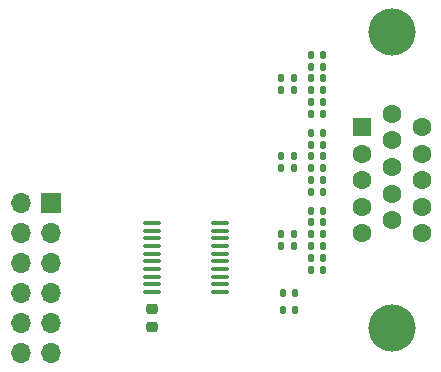
<source format=gbr>
%TF.GenerationSoftware,KiCad,Pcbnew,8.0.2*%
%TF.CreationDate,2024-06-11T02:39:08+02:00*%
%TF.ProjectId,tiny-vga,74696e79-2d76-4676-912e-6b696361645f,v1.0*%
%TF.SameCoordinates,Original*%
%TF.FileFunction,Soldermask,Top*%
%TF.FilePolarity,Negative*%
%FSLAX46Y46*%
G04 Gerber Fmt 4.6, Leading zero omitted, Abs format (unit mm)*
G04 Created by KiCad (PCBNEW 8.0.2) date 2024-06-11 02:39:08*
%MOMM*%
%LPD*%
G01*
G04 APERTURE LIST*
G04 Aperture macros list*
%AMRoundRect*
0 Rectangle with rounded corners*
0 $1 Rounding radius*
0 $2 $3 $4 $5 $6 $7 $8 $9 X,Y pos of 4 corners*
0 Add a 4 corners polygon primitive as box body*
4,1,4,$2,$3,$4,$5,$6,$7,$8,$9,$2,$3,0*
0 Add four circle primitives for the rounded corners*
1,1,$1+$1,$2,$3*
1,1,$1+$1,$4,$5*
1,1,$1+$1,$6,$7*
1,1,$1+$1,$8,$9*
0 Add four rect primitives between the rounded corners*
20,1,$1+$1,$2,$3,$4,$5,0*
20,1,$1+$1,$4,$5,$6,$7,0*
20,1,$1+$1,$6,$7,$8,$9,0*
20,1,$1+$1,$8,$9,$2,$3,0*%
G04 Aperture macros list end*
%ADD10RoundRect,0.135000X-0.135000X-0.185000X0.135000X-0.185000X0.135000X0.185000X-0.135000X0.185000X0*%
%ADD11RoundRect,0.135000X0.135000X0.185000X-0.135000X0.185000X-0.135000X-0.185000X0.135000X-0.185000X0*%
%ADD12R,1.700000X1.700000*%
%ADD13O,1.700000X1.700000*%
%ADD14C,4.000000*%
%ADD15R,1.600000X1.600000*%
%ADD16C,1.600000*%
%ADD17RoundRect,0.225000X-0.250000X0.225000X-0.250000X-0.225000X0.250000X-0.225000X0.250000X0.225000X0*%
%ADD18RoundRect,0.100000X0.637500X0.100000X-0.637500X0.100000X-0.637500X-0.100000X0.637500X-0.100000X0*%
G04 APERTURE END LIST*
D10*
%TO.C,R21*%
X152090000Y-83100000D03*
X153110000Y-83100000D03*
%TD*%
%TO.C,R11*%
X152090000Y-76500000D03*
X153110000Y-76500000D03*
%TD*%
D11*
%TO.C,R4*%
X155610000Y-68900000D03*
X154590000Y-68900000D03*
%TD*%
%TO.C,R6*%
X155610000Y-69900000D03*
X154590000Y-69900000D03*
%TD*%
%TO.C,R14*%
X155610000Y-76500000D03*
X154590000Y-76500000D03*
%TD*%
D10*
%TO.C,R16*%
X154600000Y-78500000D03*
X155620000Y-78500000D03*
%TD*%
%TO.C,R23*%
X154580000Y-84100000D03*
X155600000Y-84100000D03*
%TD*%
D11*
%TO.C,R20*%
X155610000Y-82100000D03*
X154590000Y-82100000D03*
%TD*%
D12*
%TO.C,J1*%
X132540000Y-79460000D03*
D13*
X132540000Y-82000000D03*
X132540000Y-84540000D03*
X132540000Y-87080000D03*
X132540000Y-89620000D03*
X132540000Y-92160000D03*
X130000000Y-79460000D03*
X130000000Y-82000000D03*
X130000000Y-84540000D03*
X130000000Y-87080000D03*
X130000000Y-89620000D03*
X130000000Y-92160000D03*
%TD*%
D10*
%TO.C,R24*%
X154580000Y-85100000D03*
X155600000Y-85100000D03*
%TD*%
D14*
%TO.C,J2*%
X161420000Y-90015000D03*
X161420000Y-65015000D03*
D15*
X158880000Y-73025000D03*
D16*
X158880000Y-75275000D03*
X158880000Y-77525000D03*
X158880000Y-79775000D03*
X158880000Y-82025000D03*
X161420000Y-71900000D03*
X161420000Y-74150000D03*
X161420000Y-76400000D03*
X161420000Y-78650000D03*
X161420000Y-80900000D03*
X163960000Y-73025000D03*
X163960000Y-75275000D03*
X163960000Y-77525000D03*
X163960000Y-79775000D03*
X163960000Y-82025000D03*
%TD*%
D10*
%TO.C,R13*%
X152090000Y-75500000D03*
X153110000Y-75500000D03*
%TD*%
%TO.C,R7*%
X154590000Y-70900000D03*
X155610000Y-70900000D03*
%TD*%
%TO.C,R26*%
X152190000Y-87100000D03*
X153210000Y-87100000D03*
%TD*%
%TO.C,R3*%
X152090000Y-68900000D03*
X153110000Y-68900000D03*
%TD*%
D11*
%TO.C,R18*%
X155610000Y-81100000D03*
X154590000Y-81100000D03*
%TD*%
D10*
%TO.C,R25*%
X152190000Y-88500000D03*
X153210000Y-88500000D03*
%TD*%
D11*
%TO.C,R22*%
X155610000Y-83100000D03*
X154590000Y-83100000D03*
%TD*%
D17*
%TO.C,C1*%
X141100000Y-88400000D03*
X141100000Y-89950000D03*
%TD*%
D18*
%TO.C,U1*%
X146862500Y-87000000D03*
X146862500Y-86350000D03*
X146862500Y-85700000D03*
X146862500Y-85050000D03*
X146862500Y-84400000D03*
X146862500Y-83750000D03*
X146862500Y-83100000D03*
X146862500Y-82450000D03*
X146862500Y-81800000D03*
X146862500Y-81150000D03*
X141137500Y-81150000D03*
X141137500Y-81800000D03*
X141137500Y-82450000D03*
X141137500Y-83100000D03*
X141137500Y-83750000D03*
X141137500Y-84400000D03*
X141137500Y-85050000D03*
X141137500Y-85700000D03*
X141137500Y-86350000D03*
X141137500Y-87000000D03*
%TD*%
D11*
%TO.C,R1*%
X155600000Y-66900000D03*
X154580000Y-66900000D03*
%TD*%
D10*
%TO.C,R19*%
X152090000Y-82100000D03*
X153110000Y-82100000D03*
%TD*%
%TO.C,R15*%
X154580000Y-77500000D03*
X155600000Y-77500000D03*
%TD*%
D11*
%TO.C,R2*%
X155610000Y-67900000D03*
X154590000Y-67900000D03*
%TD*%
%TO.C,R12*%
X155610000Y-75500000D03*
X154590000Y-75500000D03*
%TD*%
%TO.C,R17*%
X155610000Y-80100000D03*
X154590000Y-80100000D03*
%TD*%
%TO.C,R10*%
X155610000Y-74500000D03*
X154590000Y-74500000D03*
%TD*%
D10*
%TO.C,R5*%
X152090000Y-69900000D03*
X153110000Y-69900000D03*
%TD*%
%TO.C,R8*%
X154590000Y-71900000D03*
X155610000Y-71900000D03*
%TD*%
D11*
%TO.C,R9*%
X155610000Y-73500000D03*
X154590000Y-73500000D03*
%TD*%
M02*

</source>
